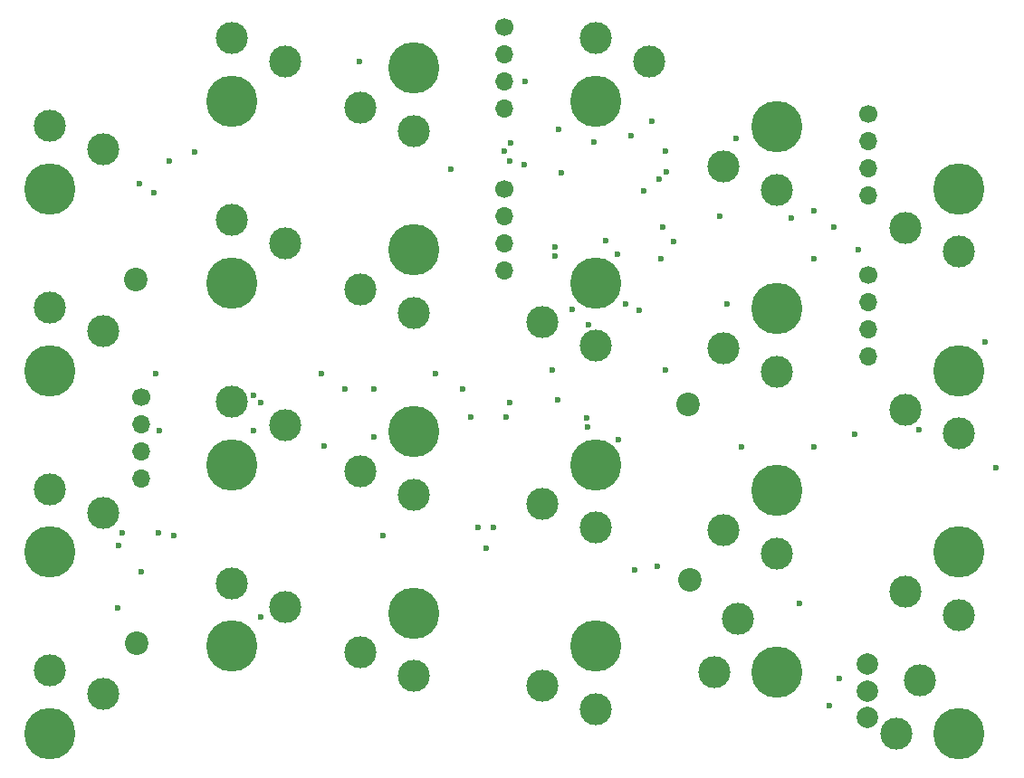
<source format=gbr>
G04 #@! TF.GenerationSoftware,KiCad,Pcbnew,9.0.0*
G04 #@! TF.CreationDate,2025-04-19T15:23:07+09:00*
G04 #@! TF.ProjectId,nofy_V2_L,6e6f6679-5f56-4325-9f4c-2e6b69636164,rev?*
G04 #@! TF.SameCoordinates,Original*
G04 #@! TF.FileFunction,Soldermask,Top*
G04 #@! TF.FilePolarity,Negative*
%FSLAX46Y46*%
G04 Gerber Fmt 4.6, Leading zero omitted, Abs format (unit mm)*
G04 Created by KiCad (PCBNEW 9.0.0) date 2025-04-19 15:23:07*
%MOMM*%
%LPD*%
G01*
G04 APERTURE LIST*
%ADD10C,2.000000*%
%ADD11C,3.000000*%
%ADD12C,4.800000*%
%ADD13C,1.700000*%
%ADD14O,1.700000X1.700000*%
%ADD15C,2.200000*%
%ADD16C,0.600000*%
G04 APERTURE END LIST*
D10*
X100767865Y-91132135D03*
X100767865Y-96132135D03*
X100767865Y-93632135D03*
D11*
X46367865Y-85732135D03*
D12*
X41367865Y-89432135D03*
D11*
X41367865Y-83532135D03*
X29367865Y-59932135D03*
D12*
X24367865Y-63632135D03*
D11*
X24367865Y-57732135D03*
X70367865Y-93132135D03*
D12*
X75367865Y-89432135D03*
D11*
X75367865Y-95332135D03*
X87355365Y-44507135D03*
D12*
X92355365Y-40807135D03*
D11*
X92355365Y-46707135D03*
X29367865Y-93932135D03*
D12*
X24367865Y-97632135D03*
D11*
X24367865Y-91732135D03*
X104367865Y-50332135D03*
D12*
X109367865Y-46632135D03*
D11*
X109367865Y-52532135D03*
X70367865Y-76132135D03*
D12*
X75367865Y-72432135D03*
D11*
X75367865Y-78332135D03*
D13*
X32882865Y-66137135D03*
D14*
X32882865Y-68677135D03*
X32882865Y-71217135D03*
X32882865Y-73757135D03*
D11*
X53367865Y-39032135D03*
D12*
X58367865Y-35332135D03*
D11*
X58367865Y-41232135D03*
X53367865Y-90032135D03*
D12*
X58367865Y-86332135D03*
D11*
X58367865Y-92232135D03*
D15*
X84067865Y-66832135D03*
D11*
X53367865Y-56032135D03*
D12*
X58367865Y-52332135D03*
D11*
X58367865Y-58232135D03*
X104367865Y-84332135D03*
D12*
X109367865Y-80632135D03*
D11*
X109367865Y-86532135D03*
D13*
X100867865Y-54692135D03*
D14*
X100867865Y-57232135D03*
X100867865Y-59772135D03*
X100867865Y-62312135D03*
D15*
X32367865Y-55132135D03*
D11*
X53367865Y-73032135D03*
D12*
X58367865Y-69332135D03*
D11*
X58367865Y-75232135D03*
X105667865Y-92632135D03*
D12*
X109367865Y-97632135D03*
D11*
X103467865Y-97632135D03*
X46367865Y-51732135D03*
D12*
X41367865Y-55432135D03*
D11*
X41367865Y-49532135D03*
X29367865Y-42932135D03*
D12*
X24367865Y-46632135D03*
D11*
X24367865Y-40732135D03*
X104367865Y-67332135D03*
D12*
X109367865Y-63632135D03*
D11*
X109367865Y-69532135D03*
X80367865Y-34732135D03*
D12*
X75367865Y-38432135D03*
D11*
X75367865Y-32532135D03*
X46367865Y-34732135D03*
D12*
X41367865Y-38432135D03*
D11*
X41367865Y-32532135D03*
X70367865Y-59132135D03*
D12*
X75367865Y-55432135D03*
D11*
X75367865Y-61332135D03*
D13*
X100882865Y-39637135D03*
D14*
X100882865Y-42177135D03*
X100882865Y-44717135D03*
X100882865Y-47257135D03*
D11*
X87367865Y-61532135D03*
D12*
X92367865Y-57832135D03*
D11*
X92367865Y-63732135D03*
D15*
X32467865Y-89132135D03*
D13*
X66867865Y-31492135D03*
D14*
X66867865Y-34032135D03*
X66867865Y-36572135D03*
X66867865Y-39112135D03*
D11*
X87367865Y-78532135D03*
D12*
X92367865Y-74832135D03*
D11*
X92367865Y-80732135D03*
D15*
X84197865Y-83242135D03*
D11*
X46367865Y-68732135D03*
D12*
X41367865Y-72432135D03*
D11*
X41367865Y-66532135D03*
X88667865Y-86832135D03*
D12*
X92367865Y-91832135D03*
D11*
X86467865Y-91832135D03*
D13*
X66867865Y-46637135D03*
D14*
X66867865Y-49177135D03*
X66867865Y-51717135D03*
X66867865Y-54257135D03*
D11*
X29367865Y-76932135D03*
D12*
X24367865Y-80632135D03*
D11*
X24367865Y-74732135D03*
D16*
X99932865Y-52286335D03*
X71574665Y-52105535D03*
X68764965Y-36572135D03*
X53317865Y-34732135D03*
X66867865Y-43105235D03*
X81915265Y-43105235D03*
X63705765Y-67988535D03*
X32717865Y-46182135D03*
X81315265Y-45758835D03*
X67016265Y-67988535D03*
X54656665Y-69875735D03*
X50017865Y-70709535D03*
X54656665Y-65350635D03*
X51949665Y-65350635D03*
X62927965Y-65350635D03*
X49717865Y-63934135D03*
X60450465Y-63934135D03*
X34216965Y-63934135D03*
X93717865Y-49340935D03*
X34090165Y-46972535D03*
X79078465Y-82274335D03*
X81983265Y-45081935D03*
X72176365Y-45157135D03*
X81138465Y-81966735D03*
X71861065Y-66354135D03*
X79442865Y-57982135D03*
X34616665Y-69213535D03*
X73219465Y-57932135D03*
X43431365Y-69213535D03*
X43431365Y-65952435D03*
X31086265Y-78802435D03*
X67373065Y-44042235D03*
X34537365Y-78802435D03*
X67477865Y-42338335D03*
X35500965Y-44042235D03*
X88551265Y-41900235D03*
X75190865Y-42265635D03*
X65111965Y-80299435D03*
X81878065Y-63597735D03*
X71373165Y-63597735D03*
X32907065Y-82500135D03*
X82691365Y-51569835D03*
X76294665Y-51498235D03*
X44086365Y-86730435D03*
X44086365Y-66604235D03*
X30729980Y-85845506D03*
X67338965Y-66604235D03*
X71607965Y-52931235D03*
X30797965Y-80028835D03*
X77455565Y-52714135D03*
X65817865Y-78332135D03*
X64367865Y-78282135D03*
X77485265Y-70136735D03*
X112842865Y-72732435D03*
X74691308Y-59320835D03*
X111817365Y-60923835D03*
X74610212Y-68958736D03*
X99602765Y-69563035D03*
X105654065Y-69133835D03*
X74550000Y-68050000D03*
X61842865Y-44779235D03*
X68679565Y-44332135D03*
X86982965Y-49177135D03*
X94467865Y-85432135D03*
X71926765Y-41052935D03*
X81689465Y-50197335D03*
X97627765Y-50197335D03*
X97217865Y-94982135D03*
X80682165Y-40313035D03*
X98167865Y-92432135D03*
X78224765Y-57366935D03*
X87658265Y-57366935D03*
X95842865Y-70796635D03*
X89021965Y-70796635D03*
X95842865Y-53183835D03*
X81528265Y-53183835D03*
X95830365Y-48649035D03*
X79916665Y-46824735D03*
X78698465Y-41663935D03*
X37892865Y-43220435D03*
X55465465Y-79068235D03*
X35985165Y-79068235D03*
M02*

</source>
